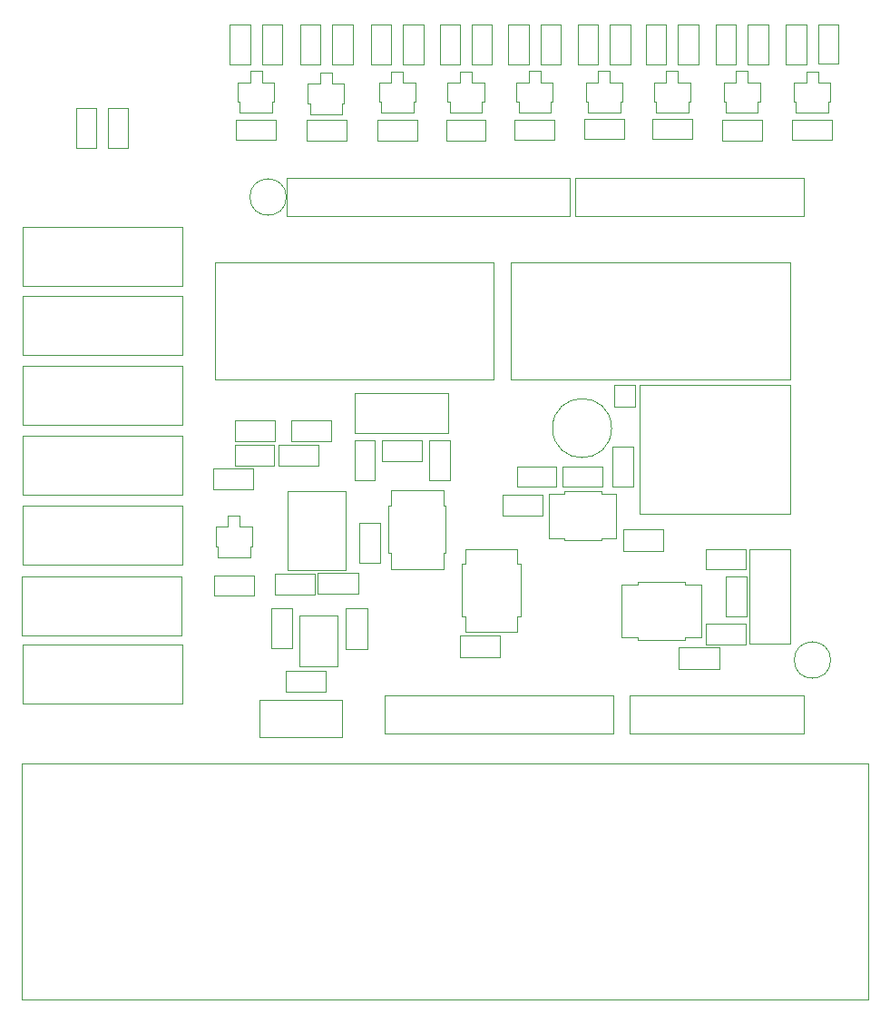
<source format=gbr>
%TF.GenerationSoftware,KiCad,Pcbnew,9.0.3*%
%TF.CreationDate,2025-08-05T14:59:21-07:00*%
%TF.ProjectId,Joule Chief,4a6f756c-6520-4436-9869-65662e6b6963,R1*%
%TF.SameCoordinates,Original*%
%TF.FileFunction,Other,User*%
%FSLAX46Y46*%
G04 Gerber Fmt 4.6, Leading zero omitted, Abs format (unit mm)*
G04 Created by KiCad (PCBNEW 9.0.3) date 2025-08-05 14:59:21*
%MOMM*%
%LPD*%
G01*
G04 APERTURE LIST*
%ADD10C,0.050000*%
%ADD11C,0.100000*%
G04 APERTURE END LIST*
D10*
%TO.C,J9*%
X126140000Y-95710000D02*
X147490000Y-95710000D01*
X126140000Y-99260000D02*
X126140000Y-95710000D01*
X147490000Y-95710000D02*
X147490000Y-99260000D01*
X147490000Y-99260000D02*
X126140000Y-99260000D01*
%TO.C,J10*%
X149000000Y-95710000D02*
X165250000Y-95710000D01*
X149000000Y-99260000D02*
X149000000Y-95710000D01*
X165250000Y-95710000D02*
X165250000Y-99260000D01*
X165250000Y-99260000D02*
X149000000Y-99260000D01*
%TO.C,J8*%
X116996000Y-47450000D02*
X143396000Y-47450000D01*
X116996000Y-51000000D02*
X116996000Y-47450000D01*
X143396000Y-47450000D02*
X143396000Y-51000000D01*
X143396000Y-51000000D02*
X116996000Y-51000000D01*
%TO.C,J11*%
X143920000Y-47450000D02*
X165270000Y-47450000D01*
X143920000Y-51000000D02*
X143920000Y-47450000D01*
X165270000Y-47450000D02*
X165270000Y-51000000D01*
X165270000Y-51000000D02*
X143920000Y-51000000D01*
%TO.C,R24*%
X166550000Y-33078641D02*
X168450000Y-33078641D01*
X166550000Y-36778641D02*
X166550000Y-33078641D01*
X168450000Y-33078641D02*
X168450000Y-36778641D01*
X168450000Y-36778641D02*
X166550000Y-36778641D01*
%TO.C,C5*%
X136250000Y-55250000D02*
X110250000Y-55250000D01*
X110250000Y-66250000D01*
X136250000Y-66250000D01*
X136250000Y-55250000D01*
%TO.C,U7*%
X114416691Y-96100000D02*
X122165687Y-96100000D01*
X122165687Y-99600001D01*
X114416691Y-99600001D01*
X114416691Y-96100000D01*
%TO.C,R31*%
X144752772Y-41874386D02*
X148452772Y-41874386D01*
X144752772Y-43774386D02*
X144752772Y-41874386D01*
X148452772Y-41874386D02*
X148452772Y-43774386D01*
X148452772Y-43774386D02*
X144752772Y-43774386D01*
%TO.C,Q7*%
X144902772Y-38486886D02*
X146052772Y-38486886D01*
X144902772Y-40286886D02*
X144902772Y-38486886D01*
X145102772Y-40286886D02*
X144902772Y-40286886D01*
X145102772Y-41316886D02*
X145102772Y-40286886D01*
X146052772Y-37456886D02*
X147152772Y-37456886D01*
X146052772Y-38486886D02*
X146052772Y-37456886D01*
X147152772Y-37456886D02*
X147152772Y-38486886D01*
X147152772Y-38486886D02*
X148302772Y-38486886D01*
X148102772Y-40286886D02*
X148102772Y-41316886D01*
X148102772Y-41316886D02*
X145102772Y-41316886D01*
X148302772Y-38486886D02*
X148302772Y-40286886D01*
X148302772Y-40286886D02*
X148102772Y-40286886D01*
%TO.C,U5*%
X118150000Y-88200000D02*
X121750000Y-88200000D01*
X118150000Y-93000000D02*
X118150000Y-88200000D01*
X121750000Y-88200000D02*
X121750000Y-93000000D01*
X121750000Y-93000000D02*
X118150000Y-93000000D01*
%TO.C,C12*%
X122520000Y-87582500D02*
X124480000Y-87582500D01*
X122520000Y-91342500D02*
X122520000Y-87582500D01*
X124480000Y-87582500D02*
X124480000Y-91342500D01*
X124480000Y-91342500D02*
X122520000Y-91342500D01*
%TO.C,R34*%
X157600000Y-42004112D02*
X161300000Y-42004112D01*
X157600000Y-43904112D02*
X157600000Y-42004112D01*
X161300000Y-42004112D02*
X161300000Y-43904112D01*
X161300000Y-43904112D02*
X157600000Y-43904112D01*
%TO.C,J6*%
X92250000Y-84550000D02*
X92250000Y-90050000D01*
X92250000Y-90050000D02*
X107150000Y-90050000D01*
X107150000Y-84550000D02*
X92250000Y-84550000D01*
X107150000Y-90050000D02*
X107150000Y-84550000D01*
%TO.C,U4*%
X126435000Y-78005000D02*
X126675000Y-78005000D01*
X126435000Y-82405000D02*
X126435000Y-78005000D01*
X126675000Y-76505000D02*
X131595000Y-76505000D01*
X126675000Y-78005000D02*
X126675000Y-76505000D01*
X126675000Y-82405000D02*
X126435000Y-82405000D01*
X126675000Y-83905000D02*
X126675000Y-82405000D01*
X131595000Y-76505000D02*
X131595000Y-78005000D01*
X131595000Y-78005000D02*
X131835000Y-78005000D01*
X131595000Y-82405000D02*
X131595000Y-83905000D01*
X131595000Y-83905000D02*
X126675000Y-83905000D01*
X131835000Y-78005000D02*
X131835000Y-82405000D01*
X131835000Y-82405000D02*
X131595000Y-82405000D01*
%TO.C,U1*%
X148230000Y-85352724D02*
X149730000Y-85352724D01*
X148230000Y-90272724D02*
X148230000Y-85352724D01*
X149730000Y-85112724D02*
X154130000Y-85112724D01*
X149730000Y-85352724D02*
X149730000Y-85112724D01*
X149730000Y-90272724D02*
X148230000Y-90272724D01*
X149730000Y-90512724D02*
X149730000Y-90272724D01*
X154130000Y-85112724D02*
X154130000Y-85352724D01*
X154130000Y-85352724D02*
X155630000Y-85352724D01*
X154130000Y-90272724D02*
X154130000Y-90512724D01*
X154130000Y-90512724D02*
X149730000Y-90512724D01*
X155630000Y-85352724D02*
X155630000Y-90272724D01*
X155630000Y-90272724D02*
X154130000Y-90272724D01*
%TO.C,R22*%
X147152772Y-33099386D02*
X149052772Y-33099386D01*
X147152772Y-36799386D02*
X147152772Y-33099386D01*
X149052772Y-33099386D02*
X149052772Y-36799386D01*
X149052772Y-36799386D02*
X147152772Y-36799386D01*
%TO.C,R10*%
X116250000Y-72350000D02*
X119950000Y-72350000D01*
X116250000Y-74250000D02*
X116250000Y-72350000D01*
X119950000Y-72350000D02*
X119950000Y-74250000D01*
X119950000Y-74250000D02*
X116250000Y-74250000D01*
%TO.C,Q5*%
X131994511Y-38511226D02*
X133144511Y-38511226D01*
X131994511Y-40311226D02*
X131994511Y-38511226D01*
X132194511Y-40311226D02*
X131994511Y-40311226D01*
X132194511Y-41341226D02*
X132194511Y-40311226D01*
X133144511Y-37481226D02*
X134244511Y-37481226D01*
X133144511Y-38511226D02*
X133144511Y-37481226D01*
X134244511Y-37481226D02*
X134244511Y-38511226D01*
X134244511Y-38511226D02*
X135394511Y-38511226D01*
X135194511Y-40311226D02*
X135194511Y-41341226D01*
X135194511Y-41341226D02*
X132194511Y-41341226D01*
X135394511Y-38511226D02*
X135394511Y-40311226D01*
X135394511Y-40311226D02*
X135194511Y-40311226D01*
%TO.C,Q2*%
X112400000Y-38487500D02*
X113550000Y-38487500D01*
X112400000Y-40287500D02*
X112400000Y-38487500D01*
X112600000Y-40287500D02*
X112400000Y-40287500D01*
X112600000Y-41317500D02*
X112600000Y-40287500D01*
X113550000Y-37457500D02*
X114650000Y-37457500D01*
X113550000Y-38487500D02*
X113550000Y-37457500D01*
X114650000Y-37457500D02*
X114650000Y-38487500D01*
X114650000Y-38487500D02*
X115800000Y-38487500D01*
X115600000Y-40287500D02*
X115600000Y-41317500D01*
X115600000Y-41317500D02*
X112600000Y-41317500D01*
X115800000Y-38487500D02*
X115800000Y-40287500D01*
X115800000Y-40287500D02*
X115600000Y-40287500D01*
%TO.C,R2*%
X156080000Y-89005000D02*
X159780000Y-89005000D01*
X156080000Y-90905000D02*
X156080000Y-89005000D01*
X159780000Y-89005000D02*
X159780000Y-90905000D01*
X159780000Y-90905000D02*
X156080000Y-90905000D01*
%TO.C,LITH1*%
D11*
X171250000Y-124000000D02*
X92250000Y-124000000D01*
X92250000Y-102000000D01*
X171250000Y-102000000D01*
X171250000Y-124000000D01*
D10*
%TO.C,R11*%
X117400000Y-70050000D02*
X121100000Y-70050000D01*
X117400000Y-71950000D02*
X117400000Y-70050000D01*
X121100000Y-70050000D02*
X121100000Y-71950000D01*
X121100000Y-71950000D02*
X117400000Y-71950000D01*
%TO.C,D11*%
X157000000Y-33104112D02*
X158900000Y-33104112D01*
X157000000Y-36804112D02*
X157000000Y-33104112D01*
X158900000Y-33104112D02*
X158900000Y-36804112D01*
X158900000Y-36804112D02*
X157000000Y-36804112D01*
%TO.C,R23*%
X153500000Y-33101749D02*
X155400000Y-33101749D01*
X153500000Y-36801749D02*
X153500000Y-33101749D01*
X155400000Y-33101749D02*
X155400000Y-36801749D01*
X155400000Y-36801749D02*
X153500000Y-36801749D01*
%TO.C,Q8*%
X151250000Y-38489249D02*
X152400000Y-38489249D01*
X151250000Y-40289249D02*
X151250000Y-38489249D01*
X151450000Y-40289249D02*
X151250000Y-40289249D01*
X151450000Y-41319249D02*
X151450000Y-40289249D01*
X152400000Y-37459249D02*
X153500000Y-37459249D01*
X152400000Y-38489249D02*
X152400000Y-37459249D01*
X153500000Y-37459249D02*
X153500000Y-38489249D01*
X153500000Y-38489249D02*
X154650000Y-38489249D01*
X154450000Y-40289249D02*
X154450000Y-41319249D01*
X154450000Y-41319249D02*
X151450000Y-41319249D01*
X154650000Y-38489249D02*
X154650000Y-40289249D01*
X154650000Y-40289249D02*
X154450000Y-40289249D01*
%TO.C,D1*%
X112125000Y-72350000D02*
X115825000Y-72350000D01*
X112125000Y-74250000D02*
X112125000Y-72350000D01*
X115825000Y-72350000D02*
X115825000Y-74250000D01*
X115825000Y-74250000D02*
X112125000Y-74250000D01*
%TO.C,R12*%
X116900000Y-93406475D02*
X120600000Y-93406475D01*
X116900000Y-95306475D02*
X116900000Y-93406475D01*
X120600000Y-93406475D02*
X120600000Y-95306475D01*
X120600000Y-95306475D02*
X116900000Y-95306475D01*
%TO.C,C10*%
X125832500Y-71859999D02*
X129592500Y-71859999D01*
X125832500Y-73819999D02*
X125832500Y-71859999D01*
X129592500Y-71859999D02*
X129592500Y-73819999D01*
X129592500Y-73819999D02*
X125832500Y-73819999D01*
%TO.C,R17*%
X114650000Y-33100000D02*
X116550000Y-33100000D01*
X114650000Y-36800000D02*
X114650000Y-33100000D01*
X116550000Y-33100000D02*
X116550000Y-36800000D01*
X116550000Y-36800000D02*
X114650000Y-36800000D01*
%TO.C,Q4*%
X125600000Y-38510045D02*
X126750000Y-38510045D01*
X125600000Y-40310045D02*
X125600000Y-38510045D01*
X125800000Y-40310045D02*
X125600000Y-40310045D01*
X125800000Y-41340045D02*
X125800000Y-40310045D01*
X126750000Y-37480045D02*
X127850000Y-37480045D01*
X126750000Y-38510045D02*
X126750000Y-37480045D01*
X127850000Y-37480045D02*
X127850000Y-38510045D01*
X127850000Y-38510045D02*
X129000000Y-38510045D01*
X128800000Y-40310045D02*
X128800000Y-41340045D01*
X128800000Y-41340045D02*
X125800000Y-41340045D01*
X129000000Y-38510045D02*
X129000000Y-40310045D01*
X129000000Y-40310045D02*
X128800000Y-40310045D01*
%TO.C,D2*%
X112150000Y-70050000D02*
X115850000Y-70050000D01*
X112150000Y-71950000D02*
X112150000Y-70050000D01*
X115850000Y-70050000D02*
X115850000Y-71950000D01*
X115850000Y-71950000D02*
X112150000Y-71950000D01*
%TO.C,R18*%
X121250000Y-33123915D02*
X123150000Y-33123915D01*
X121250000Y-36823915D02*
X121250000Y-33123915D01*
X123150000Y-33123915D02*
X123150000Y-36823915D01*
X123150000Y-36823915D02*
X121250000Y-36823915D01*
%TO.C,Q9*%
X164300000Y-38528641D02*
X165450000Y-38528641D01*
X164300000Y-40328641D02*
X164300000Y-38528641D01*
X164500000Y-40328641D02*
X164300000Y-40328641D01*
X164500000Y-41358641D02*
X164500000Y-40328641D01*
X165450000Y-37498641D02*
X166550000Y-37498641D01*
X165450000Y-38528641D02*
X165450000Y-37498641D01*
X166550000Y-37498641D02*
X166550000Y-38528641D01*
X166550000Y-38528641D02*
X167700000Y-38528641D01*
X167500000Y-40328641D02*
X167500000Y-41358641D01*
X167500000Y-41358641D02*
X164500000Y-41358641D01*
X167700000Y-38528641D02*
X167700000Y-40328641D01*
X167700000Y-40328641D02*
X167500000Y-40328641D01*
%TO.C,R5*%
X138445001Y-74300000D02*
X142145001Y-74300000D01*
X138445001Y-76200000D02*
X138445001Y-74300000D01*
X142145001Y-74300000D02*
X142145001Y-76200000D01*
X142145001Y-76200000D02*
X138445001Y-76200000D01*
%TO.C,R16*%
X97300000Y-40900000D02*
X99200000Y-40900000D01*
X97300000Y-44600000D02*
X97300000Y-40900000D01*
X99200000Y-40900000D02*
X99200000Y-44600000D01*
X99200000Y-44600000D02*
X97300000Y-44600000D01*
%TO.C,R8*%
X123300000Y-71874999D02*
X125200000Y-71874999D01*
X123300000Y-75574999D02*
X123300000Y-71874999D01*
X125200000Y-71874999D02*
X125200000Y-75574999D01*
X125200000Y-75574999D02*
X123300000Y-75574999D01*
%TO.C,MH1*%
X116940000Y-49200000D02*
G75*
G02*
X113540000Y-49200000I-1700000J0D01*
G01*
X113540000Y-49200000D02*
G75*
G02*
X116940000Y-49200000I1700000J0D01*
G01*
%TO.C,R19*%
X127850000Y-33122545D02*
X129750000Y-33122545D01*
X127850000Y-36822545D02*
X127850000Y-33122545D01*
X129750000Y-33122545D02*
X129750000Y-36822545D01*
X129750000Y-36822545D02*
X127850000Y-36822545D01*
%TO.C,R7*%
X130300000Y-71874999D02*
X132200000Y-71874999D01*
X130300000Y-75574999D02*
X130300000Y-71874999D01*
X132200000Y-71874999D02*
X132200000Y-75574999D01*
X132200000Y-75574999D02*
X130300000Y-75574999D01*
%TO.C,C11*%
X123770000Y-79582500D02*
X125730000Y-79582500D01*
X123770000Y-83342500D02*
X123770000Y-79582500D01*
X125730000Y-79582500D02*
X125730000Y-83342500D01*
X125730000Y-83342500D02*
X123770000Y-83342500D01*
%TO.C,U3*%
X133300000Y-83412500D02*
X133650000Y-83412500D01*
X133300000Y-88312500D02*
X133300000Y-83412500D01*
X133650000Y-82012500D02*
X138450000Y-82012500D01*
X133650000Y-83412500D02*
X133650000Y-82012500D01*
X133650000Y-88312500D02*
X133300000Y-88312500D01*
X133650000Y-89712500D02*
X133650000Y-88312500D01*
X138450000Y-82012500D02*
X138450000Y-83412500D01*
X138450000Y-83412500D02*
X138800000Y-83412500D01*
X138450000Y-88312500D02*
X138450000Y-89712500D01*
X138450000Y-89712500D02*
X133650000Y-89712500D01*
X138800000Y-83412500D02*
X138800000Y-88312500D01*
X138800000Y-88312500D02*
X138450000Y-88312500D01*
%TO.C,D8*%
X144152772Y-33099386D02*
X146052772Y-33099386D01*
X144152772Y-36799386D02*
X144152772Y-33099386D01*
X146052772Y-33099386D02*
X146052772Y-36799386D01*
X146052772Y-36799386D02*
X144152772Y-36799386D01*
%TO.C,J4*%
X92300000Y-71450000D02*
X92300000Y-76950000D01*
X92300000Y-76950000D02*
X107200000Y-76950000D01*
X107200000Y-71450000D02*
X92300000Y-71450000D01*
X107200000Y-76950000D02*
X107200000Y-71450000D01*
%TO.C,R25*%
X160000000Y-33104112D02*
X161900000Y-33104112D01*
X160000000Y-36804112D02*
X160000000Y-33104112D01*
X161900000Y-33104112D02*
X161900000Y-36804112D01*
X161900000Y-36804112D02*
X160000000Y-36804112D01*
%TO.C,R3*%
X156080000Y-82005000D02*
X159780000Y-82005000D01*
X156080000Y-83905000D02*
X156080000Y-82005000D01*
X159780000Y-82005000D02*
X159780000Y-83905000D01*
X159780000Y-83905000D02*
X156080000Y-83905000D01*
%TO.C,J2*%
X92300000Y-58450000D02*
X92300000Y-63950000D01*
X92300000Y-63950000D02*
X107200000Y-63950000D01*
X107200000Y-58450000D02*
X92300000Y-58450000D01*
X107200000Y-63950000D02*
X107200000Y-58450000D01*
%TO.C,R26*%
X112250000Y-42000000D02*
X115950000Y-42000000D01*
X112250000Y-43900000D02*
X112250000Y-42000000D01*
X115950000Y-42000000D02*
X115950000Y-43900000D01*
X115950000Y-43900000D02*
X112250000Y-43900000D01*
%TO.C,R28*%
X125450000Y-42022545D02*
X129150000Y-42022545D01*
X125450000Y-43922545D02*
X125450000Y-42022545D01*
X129150000Y-42022545D02*
X129150000Y-43922545D01*
X129150000Y-43922545D02*
X125450000Y-43922545D01*
%TO.C,D7*%
X137669721Y-33123650D02*
X139569721Y-33123650D01*
X137669721Y-36823650D02*
X137669721Y-33123650D01*
X139569721Y-33123650D02*
X139569721Y-36823650D01*
X139569721Y-36823650D02*
X137669721Y-36823650D01*
%TO.C,C4*%
X147295001Y-70750000D02*
G75*
G02*
X141795001Y-70750000I-2750000J0D01*
G01*
X141795001Y-70750000D02*
G75*
G02*
X147295001Y-70750000I2750000J0D01*
G01*
%TO.C,R15*%
X100300000Y-40900000D02*
X102200000Y-40900000D01*
X100300000Y-44600000D02*
X100300000Y-40900000D01*
X102200000Y-40900000D02*
X102200000Y-44600000D01*
X102200000Y-44600000D02*
X100300000Y-44600000D01*
%TO.C,J3*%
X92300000Y-64950000D02*
X92300000Y-70450000D01*
X92300000Y-70450000D02*
X107200000Y-70450000D01*
X107200000Y-64950000D02*
X92300000Y-64950000D01*
X107200000Y-70450000D02*
X107200000Y-64950000D01*
%TO.C,J1*%
X92300000Y-51950000D02*
X92300000Y-57450000D01*
X92300000Y-57450000D02*
X107200000Y-57450000D01*
X107200000Y-51950000D02*
X92300000Y-51950000D01*
X107200000Y-57450000D02*
X107200000Y-51950000D01*
%TO.C,U2*%
X141477501Y-76845000D02*
X142857501Y-76845000D01*
X141477501Y-81005000D02*
X141477501Y-76845000D01*
X142857501Y-76655000D02*
X146357501Y-76655000D01*
X142857501Y-76845000D02*
X142857501Y-76655000D01*
X142857501Y-81005000D02*
X141477501Y-81005000D01*
X142857501Y-81195000D02*
X142857501Y-81005000D01*
X146357501Y-76655000D02*
X146357501Y-76845000D01*
X146357501Y-76845000D02*
X147737501Y-76845000D01*
X146357501Y-81005000D02*
X146357501Y-81195000D01*
X146357501Y-81195000D02*
X142857501Y-81195000D01*
X147737501Y-76845000D02*
X147737501Y-81005000D01*
X147737501Y-81005000D02*
X146357501Y-81005000D01*
%TO.C,R32*%
X151100000Y-41876749D02*
X154800000Y-41876749D01*
X151100000Y-43776749D02*
X151100000Y-41876749D01*
X154800000Y-41876749D02*
X154800000Y-43776749D01*
X154800000Y-43776749D02*
X151100000Y-43776749D01*
%TO.C,Q6*%
X138419721Y-38486150D02*
X139569721Y-38486150D01*
X138419721Y-40286150D02*
X138419721Y-38486150D01*
X138619721Y-40286150D02*
X138419721Y-40286150D01*
X138619721Y-41316150D02*
X138619721Y-40286150D01*
X139569721Y-37456150D02*
X140669721Y-37456150D01*
X139569721Y-38486150D02*
X139569721Y-37456150D01*
X140669721Y-37456150D02*
X140669721Y-38486150D01*
X140669721Y-38486150D02*
X141819721Y-38486150D01*
X141619721Y-40286150D02*
X141619721Y-41316150D01*
X141619721Y-41316150D02*
X138619721Y-41316150D01*
X141819721Y-38486150D02*
X141819721Y-40286150D01*
X141819721Y-40286150D02*
X141619721Y-40286150D01*
%TO.C,D3*%
X111650000Y-33100000D02*
X113550000Y-33100000D01*
X111650000Y-36800000D02*
X111650000Y-33100000D01*
X113550000Y-33100000D02*
X113550000Y-36800000D01*
X113550000Y-36800000D02*
X111650000Y-36800000D01*
%TO.C,R4*%
X142750000Y-74300000D02*
X146450000Y-74300000D01*
X142750000Y-76200000D02*
X142750000Y-74300000D01*
X146450000Y-74300000D02*
X146450000Y-76200000D01*
X146450000Y-76200000D02*
X142750000Y-76200000D01*
%TO.C,C1*%
X157950000Y-84582500D02*
X159910000Y-84582500D01*
X157950000Y-88342500D02*
X157950000Y-84582500D01*
X159910000Y-84582500D02*
X159910000Y-88342500D01*
X159910000Y-88342500D02*
X157950000Y-88342500D01*
%TO.C,D10*%
X163550000Y-33103641D02*
X165450000Y-33103641D01*
X163550000Y-36803641D02*
X163550000Y-33103641D01*
X165450000Y-33103641D02*
X165450000Y-36803641D01*
X165450000Y-36803641D02*
X163550000Y-36803641D01*
%TO.C,L1*%
X163930000Y-78750000D02*
X149930000Y-78750000D01*
X149930000Y-66750000D01*
X163930000Y-66750000D01*
X163930000Y-78750000D01*
%TO.C,R29*%
X131844511Y-42023726D02*
X135544511Y-42023726D01*
X131844511Y-43923726D02*
X131844511Y-42023726D01*
X135544511Y-42023726D02*
X135544511Y-43923726D01*
X135544511Y-43923726D02*
X131844511Y-43923726D01*
%TO.C,D6*%
X131244511Y-33123726D02*
X133144511Y-33123726D01*
X131244511Y-36823726D02*
X131244511Y-33123726D01*
X133144511Y-33123726D02*
X133144511Y-36823726D01*
X133144511Y-36823726D02*
X131244511Y-36823726D01*
%TO.C,R6*%
X123305000Y-67439999D02*
X132065000Y-67439999D01*
X123305000Y-71239999D02*
X123305000Y-67439999D01*
X132065000Y-67439999D02*
X132065000Y-71239999D01*
X132065000Y-71239999D02*
X123305000Y-71239999D01*
%TO.C,R1*%
X160145000Y-82060000D02*
X163945000Y-82060000D01*
X160145000Y-90820000D02*
X160145000Y-82060000D01*
X163945000Y-82060000D02*
X163945000Y-90820000D01*
X163945000Y-90820000D02*
X160145000Y-90820000D01*
%TO.C,R13*%
X115900000Y-84370000D02*
X119600000Y-84370000D01*
X115900000Y-86270000D02*
X115900000Y-84370000D01*
X119600000Y-84370000D02*
X119600000Y-86270000D01*
X119600000Y-86270000D02*
X115900000Y-86270000D01*
%TO.C,C7*%
X147365001Y-72482500D02*
X149325001Y-72482500D01*
X147365001Y-76242500D02*
X147365001Y-72482500D01*
X149325001Y-72482500D02*
X149325001Y-76242500D01*
X149325001Y-76242500D02*
X147365001Y-76242500D01*
%TO.C,Q1*%
X110350000Y-79962500D02*
X111500000Y-79962500D01*
X110350000Y-81762500D02*
X110350000Y-79962500D01*
X110550000Y-81762500D02*
X110350000Y-81762500D01*
X110550000Y-82792500D02*
X110550000Y-81762500D01*
X111500000Y-78932500D02*
X112600000Y-78932500D01*
X111500000Y-79962500D02*
X111500000Y-78932500D01*
X112600000Y-78932500D02*
X112600000Y-79962500D01*
X112600000Y-79962500D02*
X113750000Y-79962500D01*
X113550000Y-81762500D02*
X113550000Y-82792500D01*
X113550000Y-82792500D02*
X110550000Y-82792500D01*
X113750000Y-79962500D02*
X113750000Y-81762500D01*
X113750000Y-81762500D02*
X113550000Y-81762500D01*
%TO.C,Q3*%
X118950000Y-38636415D02*
X120100000Y-38636415D01*
X118950000Y-40436415D02*
X118950000Y-38636415D01*
X119150000Y-40436415D02*
X118950000Y-40436415D01*
X119150000Y-41466415D02*
X119150000Y-40436415D01*
X120100000Y-37606415D02*
X121200000Y-37606415D01*
X120100000Y-38636415D02*
X120100000Y-37606415D01*
X121200000Y-37606415D02*
X121200000Y-38636415D01*
X121200000Y-38636415D02*
X122350000Y-38636415D01*
X122150000Y-40436415D02*
X122150000Y-41466415D01*
X122150000Y-41466415D02*
X119150000Y-41466415D01*
X122350000Y-38636415D02*
X122350000Y-40436415D01*
X122350000Y-40436415D02*
X122150000Y-40436415D01*
%TO.C,TPx1*%
X147500000Y-68750000D02*
X147500000Y-66750000D01*
X147500000Y-68750000D02*
X149500000Y-68750000D01*
X149500000Y-66750000D02*
X147500000Y-66750000D01*
X149500000Y-66750000D02*
X149500000Y-68750000D01*
%TO.C,R21*%
X140669721Y-33098650D02*
X142569721Y-33098650D01*
X140669721Y-36798650D02*
X140669721Y-33098650D01*
X142569721Y-33098650D02*
X142569721Y-36798650D01*
X142569721Y-36798650D02*
X140669721Y-36798650D01*
%TO.C,Q10*%
X157750000Y-38491612D02*
X158900000Y-38491612D01*
X157750000Y-40291612D02*
X157750000Y-38491612D01*
X157950000Y-40291612D02*
X157750000Y-40291612D01*
X157950000Y-41321612D02*
X157950000Y-40291612D01*
X158900000Y-37461612D02*
X160000000Y-37461612D01*
X158900000Y-38491612D02*
X158900000Y-37461612D01*
X160000000Y-37461612D02*
X160000000Y-38491612D01*
X160000000Y-38491612D02*
X161150000Y-38491612D01*
X160950000Y-40291612D02*
X160950000Y-41321612D01*
X160950000Y-41321612D02*
X157950000Y-41321612D01*
X161150000Y-38491612D02*
X161150000Y-40291612D01*
X161150000Y-40291612D02*
X160950000Y-40291612D01*
%TO.C,C2*%
X163930000Y-55250000D02*
X137930000Y-55250000D01*
X137930000Y-66250000D01*
X163930000Y-66250000D01*
X163930000Y-55250000D01*
%TO.C,R33*%
X164150000Y-41978641D02*
X167850000Y-41978641D01*
X164150000Y-43878641D02*
X164150000Y-41978641D01*
X167850000Y-41978641D02*
X167850000Y-43878641D01*
X167850000Y-43878641D02*
X164150000Y-43878641D01*
%TO.C,R27*%
X118850000Y-42023915D02*
X122550000Y-42023915D01*
X118850000Y-43923915D02*
X118850000Y-42023915D01*
X122550000Y-42023915D02*
X122550000Y-43923915D01*
X122550000Y-43923915D02*
X118850000Y-43923915D01*
%TO.C,D9*%
X150500000Y-33101749D02*
X152400000Y-33101749D01*
X150500000Y-36801749D02*
X150500000Y-33101749D01*
X152400000Y-33101749D02*
X152400000Y-36801749D01*
X152400000Y-36801749D02*
X150500000Y-36801749D01*
%TO.C,D4*%
X118250000Y-33098915D02*
X120150000Y-33098915D01*
X118250000Y-36798915D02*
X118250000Y-33098915D01*
X120150000Y-33098915D02*
X120150000Y-36798915D01*
X120150000Y-36798915D02*
X118250000Y-36798915D01*
%TO.C,J5*%
X92300000Y-77950000D02*
X92300000Y-83450000D01*
X92300000Y-83450000D02*
X107200000Y-83450000D01*
X107200000Y-77950000D02*
X92300000Y-77950000D01*
X107200000Y-83450000D02*
X107200000Y-77950000D01*
%TO.C,R9*%
X115556832Y-87582730D02*
X117456832Y-87582730D01*
X115556832Y-91282730D02*
X115556832Y-87582730D01*
X117456832Y-87582730D02*
X117456832Y-91282730D01*
X117456832Y-91282730D02*
X115556832Y-91282730D01*
%TO.C,R20*%
X134244511Y-33123726D02*
X136144511Y-33123726D01*
X134244511Y-36823726D02*
X134244511Y-33123726D01*
X136144511Y-33123726D02*
X136144511Y-36823726D01*
X136144511Y-36823726D02*
X134244511Y-36823726D01*
%TO.C,C3*%
X153562523Y-91225000D02*
X157322523Y-91225000D01*
X153562523Y-93185000D02*
X153562523Y-91225000D01*
X157322523Y-91225000D02*
X157322523Y-93185000D01*
X157322523Y-93185000D02*
X153562523Y-93185000D01*
%TO.C,C14*%
X119870000Y-84270000D02*
X123630000Y-84270000D01*
X119870000Y-86230000D02*
X119870000Y-84270000D01*
X123630000Y-84270000D02*
X123630000Y-86230000D01*
X123630000Y-86230000D02*
X119870000Y-86230000D01*
%TO.C,D5*%
X124850000Y-33122545D02*
X126750000Y-33122545D01*
X124850000Y-36822545D02*
X124850000Y-33122545D01*
X126750000Y-33122545D02*
X126750000Y-36822545D01*
X126750000Y-36822545D02*
X124850000Y-36822545D01*
%TO.C,C8*%
X137120692Y-76977645D02*
X140880692Y-76977645D01*
X137120692Y-78937645D02*
X137120692Y-76977645D01*
X140880692Y-76977645D02*
X140880692Y-78937645D01*
X140880692Y-78937645D02*
X137120692Y-78937645D01*
%TO.C,MH4*%
X167740000Y-92380000D02*
G75*
G02*
X164340000Y-92380000I-1700000J0D01*
G01*
X164340000Y-92380000D02*
G75*
G02*
X167740000Y-92380000I1700000J0D01*
G01*
%TO.C,U6*%
X117050000Y-76620000D02*
X117050000Y-84020000D01*
X117050000Y-84020000D02*
X122450000Y-84020000D01*
X122450000Y-76620000D02*
X117050000Y-76620000D01*
X122450000Y-84020000D02*
X122450000Y-76620000D01*
%TO.C,R30*%
X138269721Y-41998650D02*
X141969721Y-41998650D01*
X138269721Y-43898650D02*
X138269721Y-41998650D01*
X141969721Y-41998650D02*
X141969721Y-43898650D01*
X141969721Y-43898650D02*
X138269721Y-43898650D01*
%TO.C,C9*%
X133120000Y-90120000D02*
X136880000Y-90120000D01*
X133120000Y-92080000D02*
X133120000Y-90120000D01*
X136880000Y-90120000D02*
X136880000Y-92080000D01*
X136880000Y-92080000D02*
X133120000Y-92080000D01*
%TO.C,R14*%
X110200000Y-84475000D02*
X113900000Y-84475000D01*
X110200000Y-86375000D02*
X110200000Y-84475000D01*
X113900000Y-84475000D02*
X113900000Y-86375000D01*
X113900000Y-86375000D02*
X110200000Y-86375000D01*
%TO.C,C13*%
X110082500Y-74520000D02*
X113842500Y-74520000D01*
X110082500Y-76480000D02*
X110082500Y-74520000D01*
X113842500Y-74520000D02*
X113842500Y-76480000D01*
X113842500Y-76480000D02*
X110082500Y-76480000D01*
%TO.C,C6*%
X148382500Y-80220000D02*
X152142500Y-80220000D01*
X148382500Y-82180000D02*
X148382500Y-80220000D01*
X152142500Y-80220000D02*
X152142500Y-82180000D01*
X152142500Y-82180000D02*
X148382500Y-82180000D01*
%TO.C,J7*%
X92300000Y-90950000D02*
X92300000Y-96450000D01*
X92300000Y-96450000D02*
X107200000Y-96450000D01*
X107200000Y-90950000D02*
X92300000Y-90950000D01*
X107200000Y-96450000D02*
X107200000Y-90950000D01*
%TD*%
M02*

</source>
